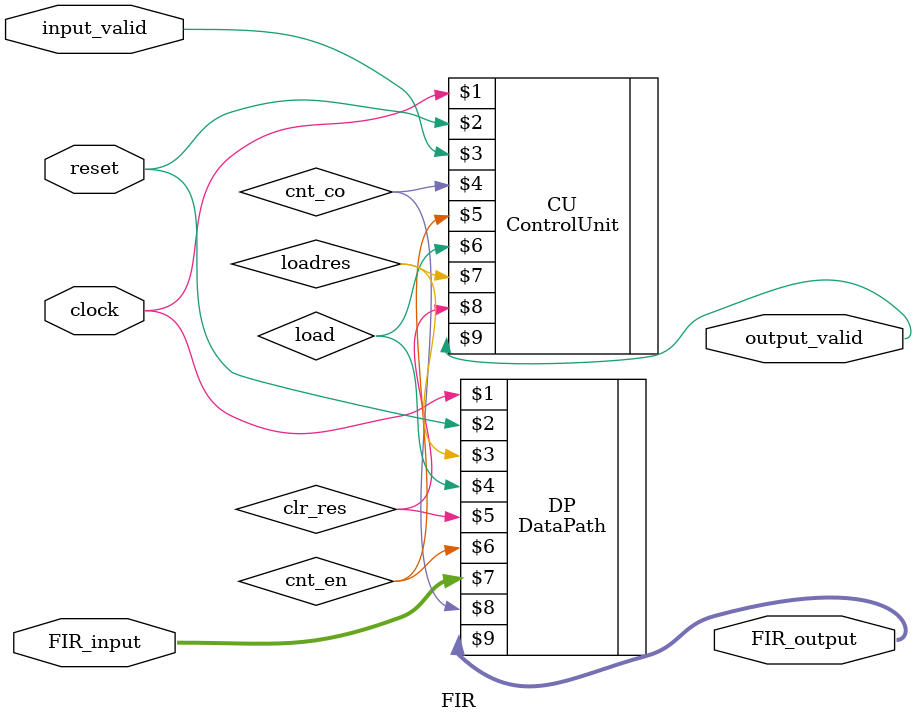
<source format=v>
module FIR #(parameter inwidth=16,outwidth=38,coefnum=64,logcoefnum=6)(clock,reset,input_valid,FIR_input,output_valid,FIR_output);
input input_valid,clock,reset;
input [inwidth-1:0]FIR_input;
output output_valid;
output [outwidth-1:0]FIR_output;

wire load,loadres,clr_res,cnt_en,cnt_co;


DataPath #(inwidth,outwidth,coefnum,logcoefnum) DP (
    clock,
    reset,
    loadres,
    load,
    clr_res,
    cnt_en,
    FIR_input,
    cnt_co,
    FIR_output
);

ControlUnit CU(clock,reset,input_valid,cnt_co,cnt_en,load,loadres,clr_res,output_valid);


endmodule
</source>
